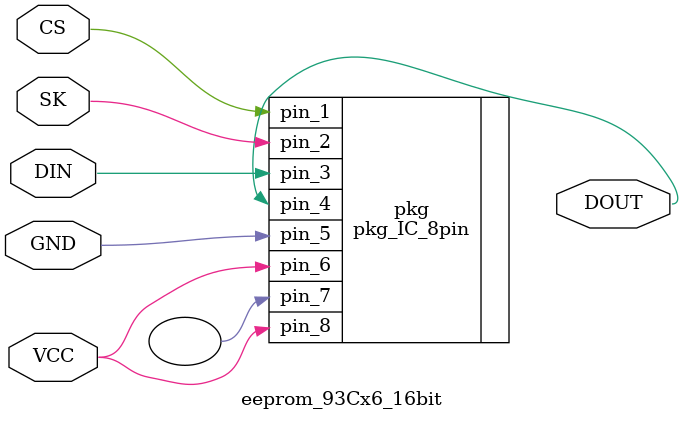
<source format=v>
module eeprom_93Cx6_16bit (GND, VCC, CS, SK, DIN, DOUT);

input GND, VCC;
input CS, SK, DIN;
output DOUT;

/* instantiate the package; the mapping of signals to pins is defined here */

pkg_IC_8pin pkg (.pin_1(CS),
		 .pin_2(SK),
		 .pin_3(DIN),
		 .pin_4(DOUT),
		 .pin_5(GND),
		 .pin_6(VCC),	/* ORG input on some 93Cx6 variants */
		 .pin_7(),	/* no connect */
		 .pin_8(VCC)
	);

endmodule

</source>
